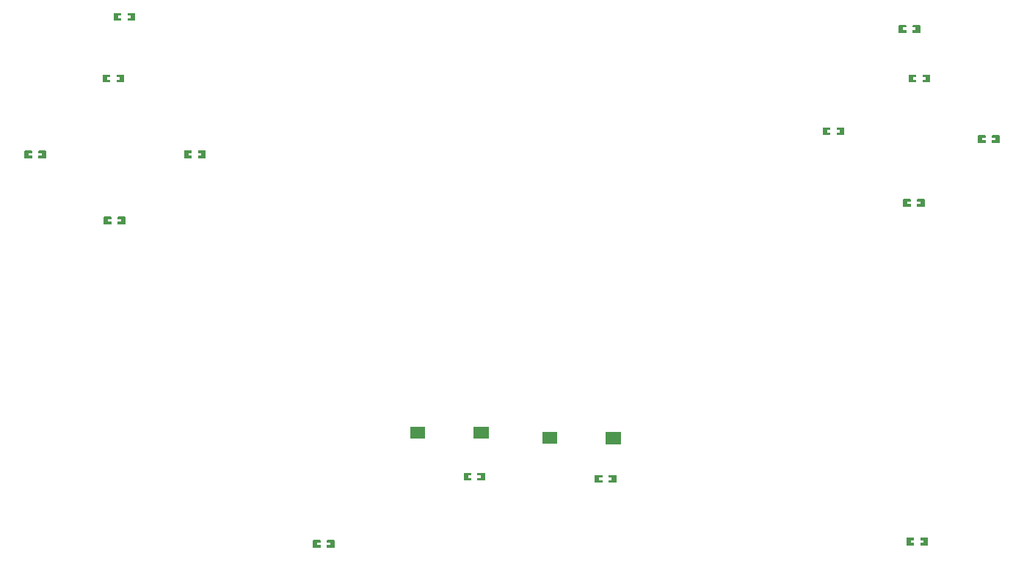
<source format=gtp>
G04 Layer: TopPasteMaskLayer*
G04 EasyEDA v6.5.5, 2022-06-26 01:00:07*
G04 2c515557f0e44504be437badec322791,a4ea12fd96744f7d9b8618c9b4952ea7,10*
G04 Gerber Generator version 0.2*
G04 Scale: 100 percent, Rotated: No, Reflected: No *
G04 Dimensions in millimeters *
G04 leading zeros omitted , absolute positions ,4 integer and 5 decimal *
%FSLAX45Y45*%
%MOMM*%

%ADD13R,1.7400X1.4000*%

%LPD*%
G36*
X3957218Y1238808D02*
G01*
X3952189Y1233779D01*
X3952189Y1153820D01*
X3957218Y1148791D01*
X4037177Y1148791D01*
X4042206Y1153820D01*
X4042206Y1176578D01*
X4005224Y1176578D01*
X4005224Y1209598D01*
X4042206Y1209598D01*
X4042206Y1233779D01*
X4037177Y1238808D01*
G37*
G36*
X4117187Y1238808D02*
G01*
X4112209Y1233779D01*
X4112209Y1209598D01*
X4150207Y1209598D01*
X4150207Y1176578D01*
X4112209Y1176578D01*
X4112209Y1153820D01*
X4117187Y1148791D01*
X4196181Y1148791D01*
X4201210Y1153820D01*
X4201210Y1233779D01*
X4196181Y1238808D01*
G37*
G36*
X5856122Y2013508D02*
G01*
X5851093Y2008479D01*
X5851093Y1985721D01*
X5888075Y1985721D01*
X5888075Y1952701D01*
X5851093Y1952701D01*
X5851093Y1928520D01*
X5856122Y1923491D01*
X5936081Y1923491D01*
X5941110Y1928520D01*
X5941110Y2008479D01*
X5936081Y2013508D01*
G37*
G36*
X5697118Y2013508D02*
G01*
X5692089Y2008479D01*
X5692089Y1928520D01*
X5697118Y1923491D01*
X5776112Y1923491D01*
X5781090Y1928520D01*
X5781090Y1952701D01*
X5743092Y1952701D01*
X5743092Y1985721D01*
X5781090Y1985721D01*
X5781090Y2008479D01*
X5776112Y2013508D01*
G37*
G36*
X7367422Y1988108D02*
G01*
X7362393Y1983079D01*
X7362393Y1960321D01*
X7399375Y1960321D01*
X7399375Y1927301D01*
X7362393Y1927301D01*
X7362393Y1903120D01*
X7367422Y1898091D01*
X7447381Y1898091D01*
X7452410Y1903120D01*
X7452410Y1983079D01*
X7447381Y1988108D01*
G37*
G36*
X7208418Y1988108D02*
G01*
X7203389Y1983079D01*
X7203389Y1903120D01*
X7208418Y1898091D01*
X7287412Y1898091D01*
X7292390Y1903120D01*
X7292390Y1927301D01*
X7254392Y1927301D01*
X7254392Y1960321D01*
X7292390Y1960321D01*
X7292390Y1983079D01*
X7287412Y1988108D01*
G37*
G36*
X10802518Y1264208D02*
G01*
X10797489Y1259179D01*
X10797489Y1179220D01*
X10802518Y1174191D01*
X10882477Y1174191D01*
X10887506Y1179220D01*
X10887506Y1201978D01*
X10850524Y1201978D01*
X10850524Y1234998D01*
X10887506Y1234998D01*
X10887506Y1259179D01*
X10882477Y1264208D01*
G37*
G36*
X10962487Y1264208D02*
G01*
X10957509Y1259179D01*
X10957509Y1234998D01*
X10995507Y1234998D01*
X10995507Y1201978D01*
X10957509Y1201978D01*
X10957509Y1179220D01*
X10962487Y1174191D01*
X11041481Y1174191D01*
X11046510Y1179220D01*
X11046510Y1259179D01*
X11041481Y1264208D01*
G37*
G36*
X11628018Y5912408D02*
G01*
X11622989Y5907379D01*
X11622989Y5827420D01*
X11628018Y5822391D01*
X11707977Y5822391D01*
X11713006Y5827420D01*
X11713006Y5850178D01*
X11676024Y5850178D01*
X11676024Y5883198D01*
X11713006Y5883198D01*
X11713006Y5907379D01*
X11707977Y5912408D01*
G37*
G36*
X11787987Y5912408D02*
G01*
X11783009Y5907379D01*
X11783009Y5883198D01*
X11821007Y5883198D01*
X11821007Y5850178D01*
X11783009Y5850178D01*
X11783009Y5827420D01*
X11787987Y5822391D01*
X11866981Y5822391D01*
X11872010Y5827420D01*
X11872010Y5907379D01*
X11866981Y5912408D01*
G37*
G36*
X10764418Y5175808D02*
G01*
X10759389Y5170779D01*
X10759389Y5090820D01*
X10764418Y5085791D01*
X10844377Y5085791D01*
X10849406Y5090820D01*
X10849406Y5113578D01*
X10812424Y5113578D01*
X10812424Y5146598D01*
X10849406Y5146598D01*
X10849406Y5170779D01*
X10844377Y5175808D01*
G37*
G36*
X10924387Y5175808D02*
G01*
X10919409Y5170779D01*
X10919409Y5146598D01*
X10957407Y5146598D01*
X10957407Y5113578D01*
X10919409Y5113578D01*
X10919409Y5090820D01*
X10924387Y5085791D01*
X11003381Y5085791D01*
X11008410Y5090820D01*
X11008410Y5170779D01*
X11003381Y5175808D01*
G37*
G36*
X1544218Y4972608D02*
G01*
X1539189Y4967579D01*
X1539189Y4887620D01*
X1544218Y4882591D01*
X1624177Y4882591D01*
X1629206Y4887620D01*
X1629206Y4910378D01*
X1592224Y4910378D01*
X1592224Y4943398D01*
X1629206Y4943398D01*
X1629206Y4967579D01*
X1624177Y4972608D01*
G37*
G36*
X1704187Y4972608D02*
G01*
X1699209Y4967579D01*
X1699209Y4943398D01*
X1737207Y4943398D01*
X1737207Y4910378D01*
X1699209Y4910378D01*
X1699209Y4887620D01*
X1704187Y4882591D01*
X1783181Y4882591D01*
X1788210Y4887620D01*
X1788210Y4967579D01*
X1783181Y4972608D01*
G37*
G36*
X629818Y5734608D02*
G01*
X624789Y5729579D01*
X624789Y5649620D01*
X629818Y5644591D01*
X709777Y5644591D01*
X714806Y5649620D01*
X714806Y5672378D01*
X677824Y5672378D01*
X677824Y5705398D01*
X714806Y5705398D01*
X714806Y5729579D01*
X709777Y5734608D01*
G37*
G36*
X789787Y5734608D02*
G01*
X784809Y5729579D01*
X784809Y5705398D01*
X822807Y5705398D01*
X822807Y5672378D01*
X784809Y5672378D01*
X784809Y5649620D01*
X789787Y5644591D01*
X868781Y5644591D01*
X873810Y5649620D01*
X873810Y5729579D01*
X868781Y5734608D01*
G37*
G36*
X1658518Y7322108D02*
G01*
X1653489Y7317079D01*
X1653489Y7237120D01*
X1658518Y7232091D01*
X1738477Y7232091D01*
X1743506Y7237120D01*
X1743506Y7259878D01*
X1706524Y7259878D01*
X1706524Y7292898D01*
X1743506Y7292898D01*
X1743506Y7317079D01*
X1738477Y7322108D01*
G37*
G36*
X1818487Y7322108D02*
G01*
X1813509Y7317079D01*
X1813509Y7292898D01*
X1851507Y7292898D01*
X1851507Y7259878D01*
X1813509Y7259878D01*
X1813509Y7237120D01*
X1818487Y7232091D01*
X1897481Y7232091D01*
X1902510Y7237120D01*
X1902510Y7317079D01*
X1897481Y7322108D01*
G37*
G36*
X2471318Y5734608D02*
G01*
X2466289Y5729579D01*
X2466289Y5649620D01*
X2471318Y5644591D01*
X2551277Y5644591D01*
X2556306Y5649620D01*
X2556306Y5672378D01*
X2519324Y5672378D01*
X2519324Y5705398D01*
X2556306Y5705398D01*
X2556306Y5729579D01*
X2551277Y5734608D01*
G37*
G36*
X2631287Y5734608D02*
G01*
X2626309Y5729579D01*
X2626309Y5705398D01*
X2664307Y5705398D01*
X2664307Y5672378D01*
X2626309Y5672378D01*
X2626309Y5649620D01*
X2631287Y5644591D01*
X2710281Y5644591D01*
X2715310Y5649620D01*
X2715310Y5729579D01*
X2710281Y5734608D01*
G37*
G36*
X10872622Y7182408D02*
G01*
X10867593Y7177379D01*
X10867593Y7154621D01*
X10904575Y7154621D01*
X10904575Y7121601D01*
X10867593Y7121601D01*
X10867593Y7097420D01*
X10872622Y7092391D01*
X10952581Y7092391D01*
X10957610Y7097420D01*
X10957610Y7177379D01*
X10952581Y7182408D01*
G37*
G36*
X10713618Y7182408D02*
G01*
X10708589Y7177379D01*
X10708589Y7097420D01*
X10713618Y7092391D01*
X10792612Y7092391D01*
X10797590Y7097420D01*
X10797590Y7121601D01*
X10759592Y7121601D01*
X10759592Y7154621D01*
X10797590Y7154621D01*
X10797590Y7177379D01*
X10792612Y7182408D01*
G37*
G36*
X1531518Y6610908D02*
G01*
X1526489Y6605879D01*
X1526489Y6525920D01*
X1531518Y6520891D01*
X1611477Y6520891D01*
X1616506Y6525920D01*
X1616506Y6548678D01*
X1579524Y6548678D01*
X1579524Y6581698D01*
X1616506Y6581698D01*
X1616506Y6605879D01*
X1611477Y6610908D01*
G37*
G36*
X1691487Y6610908D02*
G01*
X1686509Y6605879D01*
X1686509Y6581698D01*
X1724507Y6581698D01*
X1724507Y6548678D01*
X1686509Y6548678D01*
X1686509Y6525920D01*
X1691487Y6520891D01*
X1770481Y6520891D01*
X1775510Y6525920D01*
X1775510Y6605879D01*
X1770481Y6610908D01*
G37*
G36*
X10827918Y6610908D02*
G01*
X10822889Y6605879D01*
X10822889Y6525920D01*
X10827918Y6520891D01*
X10907877Y6520891D01*
X10912906Y6525920D01*
X10912906Y6548678D01*
X10875924Y6548678D01*
X10875924Y6581698D01*
X10912906Y6581698D01*
X10912906Y6605879D01*
X10907877Y6610908D01*
G37*
G36*
X10987887Y6610908D02*
G01*
X10982909Y6605879D01*
X10982909Y6581698D01*
X11020907Y6581698D01*
X11020907Y6548678D01*
X10982909Y6548678D01*
X10982909Y6525920D01*
X10987887Y6520891D01*
X11066881Y6520891D01*
X11071910Y6525920D01*
X11071910Y6605879D01*
X11066881Y6610908D01*
G37*
G36*
X9837318Y6001308D02*
G01*
X9832289Y5996279D01*
X9832289Y5916320D01*
X9837318Y5911291D01*
X9917277Y5911291D01*
X9922306Y5916320D01*
X9922306Y5939078D01*
X9885324Y5939078D01*
X9885324Y5972098D01*
X9922306Y5972098D01*
X9922306Y5996279D01*
X9917277Y6001308D01*
G37*
G36*
X9997287Y6001308D02*
G01*
X9992309Y5996279D01*
X9992309Y5972098D01*
X10030307Y5972098D01*
X10030307Y5939078D01*
X9992309Y5939078D01*
X9992309Y5916320D01*
X9997287Y5911291D01*
X10076281Y5911291D01*
X10081310Y5916320D01*
X10081310Y5996279D01*
X10076281Y6001308D01*
G37*
D13*
G01*
X5157495Y2476500D03*
G36*
X5804499Y2406500D02*
G01*
X5804499Y2546499D01*
X5978499Y2546499D01*
X5978499Y2406500D01*
G37*
G01*
X6681495Y2413000D03*
G36*
X7328499Y2343000D02*
G01*
X7328499Y2482999D01*
X7502499Y2482999D01*
X7502499Y2343000D01*
G37*
M02*

</source>
